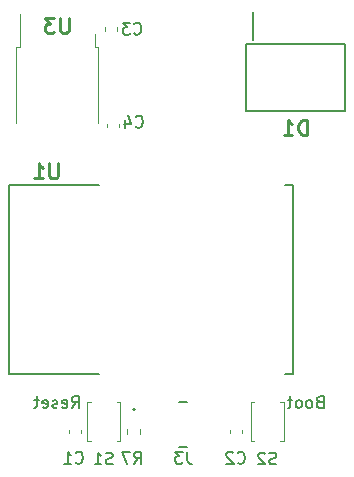
<source format=gbr>
%TF.GenerationSoftware,KiCad,Pcbnew,7.0.7*%
%TF.CreationDate,2024-03-20T19:05:46+01:00*%
%TF.ProjectId,DriverRGB_v2,44726976-6572-4524-9742-5f76322e6b69,v02*%
%TF.SameCoordinates,Original*%
%TF.FileFunction,Legend,Bot*%
%TF.FilePolarity,Positive*%
%FSLAX46Y46*%
G04 Gerber Fmt 4.6, Leading zero omitted, Abs format (unit mm)*
G04 Created by KiCad (PCBNEW 7.0.7) date 2024-03-20 19:05:46*
%MOMM*%
%LPD*%
G01*
G04 APERTURE LIST*
%ADD10C,0.200000*%
%ADD11C,0.254000*%
%ADD12C,0.120000*%
%ADD13C,0.127000*%
G04 APERTURE END LIST*
D10*
X158504193Y-114761009D02*
X158361336Y-114808628D01*
X158361336Y-114808628D02*
X158313717Y-114856247D01*
X158313717Y-114856247D02*
X158266098Y-114951485D01*
X158266098Y-114951485D02*
X158266098Y-115094342D01*
X158266098Y-115094342D02*
X158313717Y-115189580D01*
X158313717Y-115189580D02*
X158361336Y-115237200D01*
X158361336Y-115237200D02*
X158456574Y-115284819D01*
X158456574Y-115284819D02*
X158837526Y-115284819D01*
X158837526Y-115284819D02*
X158837526Y-114284819D01*
X158837526Y-114284819D02*
X158504193Y-114284819D01*
X158504193Y-114284819D02*
X158408955Y-114332438D01*
X158408955Y-114332438D02*
X158361336Y-114380057D01*
X158361336Y-114380057D02*
X158313717Y-114475295D01*
X158313717Y-114475295D02*
X158313717Y-114570533D01*
X158313717Y-114570533D02*
X158361336Y-114665771D01*
X158361336Y-114665771D02*
X158408955Y-114713390D01*
X158408955Y-114713390D02*
X158504193Y-114761009D01*
X158504193Y-114761009D02*
X158837526Y-114761009D01*
X157694669Y-115284819D02*
X157789907Y-115237200D01*
X157789907Y-115237200D02*
X157837526Y-115189580D01*
X157837526Y-115189580D02*
X157885145Y-115094342D01*
X157885145Y-115094342D02*
X157885145Y-114808628D01*
X157885145Y-114808628D02*
X157837526Y-114713390D01*
X157837526Y-114713390D02*
X157789907Y-114665771D01*
X157789907Y-114665771D02*
X157694669Y-114618152D01*
X157694669Y-114618152D02*
X157551812Y-114618152D01*
X157551812Y-114618152D02*
X157456574Y-114665771D01*
X157456574Y-114665771D02*
X157408955Y-114713390D01*
X157408955Y-114713390D02*
X157361336Y-114808628D01*
X157361336Y-114808628D02*
X157361336Y-115094342D01*
X157361336Y-115094342D02*
X157408955Y-115189580D01*
X157408955Y-115189580D02*
X157456574Y-115237200D01*
X157456574Y-115237200D02*
X157551812Y-115284819D01*
X157551812Y-115284819D02*
X157694669Y-115284819D01*
X156789907Y-115284819D02*
X156885145Y-115237200D01*
X156885145Y-115237200D02*
X156932764Y-115189580D01*
X156932764Y-115189580D02*
X156980383Y-115094342D01*
X156980383Y-115094342D02*
X156980383Y-114808628D01*
X156980383Y-114808628D02*
X156932764Y-114713390D01*
X156932764Y-114713390D02*
X156885145Y-114665771D01*
X156885145Y-114665771D02*
X156789907Y-114618152D01*
X156789907Y-114618152D02*
X156647050Y-114618152D01*
X156647050Y-114618152D02*
X156551812Y-114665771D01*
X156551812Y-114665771D02*
X156504193Y-114713390D01*
X156504193Y-114713390D02*
X156456574Y-114808628D01*
X156456574Y-114808628D02*
X156456574Y-115094342D01*
X156456574Y-115094342D02*
X156504193Y-115189580D01*
X156504193Y-115189580D02*
X156551812Y-115237200D01*
X156551812Y-115237200D02*
X156647050Y-115284819D01*
X156647050Y-115284819D02*
X156789907Y-115284819D01*
X156170859Y-114618152D02*
X155789907Y-114618152D01*
X156028002Y-114284819D02*
X156028002Y-115141961D01*
X156028002Y-115141961D02*
X155980383Y-115237200D01*
X155980383Y-115237200D02*
X155885145Y-115284819D01*
X155885145Y-115284819D02*
X155789907Y-115284819D01*
X137514298Y-115284819D02*
X137847631Y-114808628D01*
X138085726Y-115284819D02*
X138085726Y-114284819D01*
X138085726Y-114284819D02*
X137704774Y-114284819D01*
X137704774Y-114284819D02*
X137609536Y-114332438D01*
X137609536Y-114332438D02*
X137561917Y-114380057D01*
X137561917Y-114380057D02*
X137514298Y-114475295D01*
X137514298Y-114475295D02*
X137514298Y-114618152D01*
X137514298Y-114618152D02*
X137561917Y-114713390D01*
X137561917Y-114713390D02*
X137609536Y-114761009D01*
X137609536Y-114761009D02*
X137704774Y-114808628D01*
X137704774Y-114808628D02*
X138085726Y-114808628D01*
X136704774Y-115237200D02*
X136800012Y-115284819D01*
X136800012Y-115284819D02*
X136990488Y-115284819D01*
X136990488Y-115284819D02*
X137085726Y-115237200D01*
X137085726Y-115237200D02*
X137133345Y-115141961D01*
X137133345Y-115141961D02*
X137133345Y-114761009D01*
X137133345Y-114761009D02*
X137085726Y-114665771D01*
X137085726Y-114665771D02*
X136990488Y-114618152D01*
X136990488Y-114618152D02*
X136800012Y-114618152D01*
X136800012Y-114618152D02*
X136704774Y-114665771D01*
X136704774Y-114665771D02*
X136657155Y-114761009D01*
X136657155Y-114761009D02*
X136657155Y-114856247D01*
X136657155Y-114856247D02*
X137133345Y-114951485D01*
X136276202Y-115237200D02*
X136180964Y-115284819D01*
X136180964Y-115284819D02*
X135990488Y-115284819D01*
X135990488Y-115284819D02*
X135895250Y-115237200D01*
X135895250Y-115237200D02*
X135847631Y-115141961D01*
X135847631Y-115141961D02*
X135847631Y-115094342D01*
X135847631Y-115094342D02*
X135895250Y-114999104D01*
X135895250Y-114999104D02*
X135990488Y-114951485D01*
X135990488Y-114951485D02*
X136133345Y-114951485D01*
X136133345Y-114951485D02*
X136228583Y-114903866D01*
X136228583Y-114903866D02*
X136276202Y-114808628D01*
X136276202Y-114808628D02*
X136276202Y-114761009D01*
X136276202Y-114761009D02*
X136228583Y-114665771D01*
X136228583Y-114665771D02*
X136133345Y-114618152D01*
X136133345Y-114618152D02*
X135990488Y-114618152D01*
X135990488Y-114618152D02*
X135895250Y-114665771D01*
X135038107Y-115237200D02*
X135133345Y-115284819D01*
X135133345Y-115284819D02*
X135323821Y-115284819D01*
X135323821Y-115284819D02*
X135419059Y-115237200D01*
X135419059Y-115237200D02*
X135466678Y-115141961D01*
X135466678Y-115141961D02*
X135466678Y-114761009D01*
X135466678Y-114761009D02*
X135419059Y-114665771D01*
X135419059Y-114665771D02*
X135323821Y-114618152D01*
X135323821Y-114618152D02*
X135133345Y-114618152D01*
X135133345Y-114618152D02*
X135038107Y-114665771D01*
X135038107Y-114665771D02*
X134990488Y-114761009D01*
X134990488Y-114761009D02*
X134990488Y-114856247D01*
X134990488Y-114856247D02*
X135466678Y-114951485D01*
X134704773Y-114618152D02*
X134323821Y-114618152D01*
X134561916Y-114284819D02*
X134561916Y-115141961D01*
X134561916Y-115141961D02*
X134514297Y-115237200D01*
X134514297Y-115237200D02*
X134419059Y-115284819D01*
X134419059Y-115284819D02*
X134323821Y-115284819D01*
X140969904Y-120015000D02*
X140827047Y-120062619D01*
X140827047Y-120062619D02*
X140588952Y-120062619D01*
X140588952Y-120062619D02*
X140493714Y-120015000D01*
X140493714Y-120015000D02*
X140446095Y-119967380D01*
X140446095Y-119967380D02*
X140398476Y-119872142D01*
X140398476Y-119872142D02*
X140398476Y-119776904D01*
X140398476Y-119776904D02*
X140446095Y-119681666D01*
X140446095Y-119681666D02*
X140493714Y-119634047D01*
X140493714Y-119634047D02*
X140588952Y-119586428D01*
X140588952Y-119586428D02*
X140779428Y-119538809D01*
X140779428Y-119538809D02*
X140874666Y-119491190D01*
X140874666Y-119491190D02*
X140922285Y-119443571D01*
X140922285Y-119443571D02*
X140969904Y-119348333D01*
X140969904Y-119348333D02*
X140969904Y-119253095D01*
X140969904Y-119253095D02*
X140922285Y-119157857D01*
X140922285Y-119157857D02*
X140874666Y-119110238D01*
X140874666Y-119110238D02*
X140779428Y-119062619D01*
X140779428Y-119062619D02*
X140541333Y-119062619D01*
X140541333Y-119062619D02*
X140398476Y-119110238D01*
X139446095Y-120062619D02*
X140017523Y-120062619D01*
X139731809Y-120062619D02*
X139731809Y-119062619D01*
X139731809Y-119062619D02*
X139827047Y-119205476D01*
X139827047Y-119205476D02*
X139922285Y-119300714D01*
X139922285Y-119300714D02*
X140017523Y-119348333D01*
X142914666Y-91441380D02*
X142962285Y-91489000D01*
X142962285Y-91489000D02*
X143105142Y-91536619D01*
X143105142Y-91536619D02*
X143200380Y-91536619D01*
X143200380Y-91536619D02*
X143343237Y-91489000D01*
X143343237Y-91489000D02*
X143438475Y-91393761D01*
X143438475Y-91393761D02*
X143486094Y-91298523D01*
X143486094Y-91298523D02*
X143533713Y-91108047D01*
X143533713Y-91108047D02*
X143533713Y-90965190D01*
X143533713Y-90965190D02*
X143486094Y-90774714D01*
X143486094Y-90774714D02*
X143438475Y-90679476D01*
X143438475Y-90679476D02*
X143343237Y-90584238D01*
X143343237Y-90584238D02*
X143200380Y-90536619D01*
X143200380Y-90536619D02*
X143105142Y-90536619D01*
X143105142Y-90536619D02*
X142962285Y-90584238D01*
X142962285Y-90584238D02*
X142914666Y-90631857D01*
X142057523Y-90869952D02*
X142057523Y-91536619D01*
X142295618Y-90489000D02*
X142533713Y-91203285D01*
X142533713Y-91203285D02*
X141914666Y-91203285D01*
X142787666Y-119984619D02*
X143120999Y-119508428D01*
X143359094Y-119984619D02*
X143359094Y-118984619D01*
X143359094Y-118984619D02*
X142978142Y-118984619D01*
X142978142Y-118984619D02*
X142882904Y-119032238D01*
X142882904Y-119032238D02*
X142835285Y-119079857D01*
X142835285Y-119079857D02*
X142787666Y-119175095D01*
X142787666Y-119175095D02*
X142787666Y-119317952D01*
X142787666Y-119317952D02*
X142835285Y-119413190D01*
X142835285Y-119413190D02*
X142882904Y-119460809D01*
X142882904Y-119460809D02*
X142978142Y-119508428D01*
X142978142Y-119508428D02*
X143359094Y-119508428D01*
X142454332Y-118984619D02*
X141787666Y-118984619D01*
X141787666Y-118984619D02*
X142216237Y-119984619D01*
X137834666Y-119889380D02*
X137882285Y-119937000D01*
X137882285Y-119937000D02*
X138025142Y-119984619D01*
X138025142Y-119984619D02*
X138120380Y-119984619D01*
X138120380Y-119984619D02*
X138263237Y-119937000D01*
X138263237Y-119937000D02*
X138358475Y-119841761D01*
X138358475Y-119841761D02*
X138406094Y-119746523D01*
X138406094Y-119746523D02*
X138453713Y-119556047D01*
X138453713Y-119556047D02*
X138453713Y-119413190D01*
X138453713Y-119413190D02*
X138406094Y-119222714D01*
X138406094Y-119222714D02*
X138358475Y-119127476D01*
X138358475Y-119127476D02*
X138263237Y-119032238D01*
X138263237Y-119032238D02*
X138120380Y-118984619D01*
X138120380Y-118984619D02*
X138025142Y-118984619D01*
X138025142Y-118984619D02*
X137882285Y-119032238D01*
X137882285Y-119032238D02*
X137834666Y-119079857D01*
X136882285Y-119984619D02*
X137453713Y-119984619D01*
X137167999Y-119984619D02*
X137167999Y-118984619D01*
X137167999Y-118984619D02*
X137263237Y-119127476D01*
X137263237Y-119127476D02*
X137358475Y-119222714D01*
X137358475Y-119222714D02*
X137453713Y-119270333D01*
X147272333Y-118984619D02*
X147272333Y-119698904D01*
X147272333Y-119698904D02*
X147319952Y-119841761D01*
X147319952Y-119841761D02*
X147415190Y-119937000D01*
X147415190Y-119937000D02*
X147558047Y-119984619D01*
X147558047Y-119984619D02*
X147653285Y-119984619D01*
X146891380Y-118984619D02*
X146272333Y-118984619D01*
X146272333Y-118984619D02*
X146605666Y-119365571D01*
X146605666Y-119365571D02*
X146462809Y-119365571D01*
X146462809Y-119365571D02*
X146367571Y-119413190D01*
X146367571Y-119413190D02*
X146319952Y-119460809D01*
X146319952Y-119460809D02*
X146272333Y-119556047D01*
X146272333Y-119556047D02*
X146272333Y-119794142D01*
X146272333Y-119794142D02*
X146319952Y-119889380D01*
X146319952Y-119889380D02*
X146367571Y-119937000D01*
X146367571Y-119937000D02*
X146462809Y-119984619D01*
X146462809Y-119984619D02*
X146748523Y-119984619D01*
X146748523Y-119984619D02*
X146843761Y-119937000D01*
X146843761Y-119937000D02*
X146891380Y-119889380D01*
D11*
X157401381Y-92166718D02*
X157401381Y-90896718D01*
X157401381Y-90896718D02*
X157099000Y-90896718D01*
X157099000Y-90896718D02*
X156917571Y-90957194D01*
X156917571Y-90957194D02*
X156796619Y-91078146D01*
X156796619Y-91078146D02*
X156736142Y-91199099D01*
X156736142Y-91199099D02*
X156675666Y-91441003D01*
X156675666Y-91441003D02*
X156675666Y-91622432D01*
X156675666Y-91622432D02*
X156736142Y-91864337D01*
X156736142Y-91864337D02*
X156796619Y-91985289D01*
X156796619Y-91985289D02*
X156917571Y-92106242D01*
X156917571Y-92106242D02*
X157099000Y-92166718D01*
X157099000Y-92166718D02*
X157401381Y-92166718D01*
X155466142Y-92166718D02*
X156191857Y-92166718D01*
X155829000Y-92166718D02*
X155829000Y-90896718D01*
X155829000Y-90896718D02*
X155949952Y-91078146D01*
X155949952Y-91078146D02*
X156070904Y-91199099D01*
X156070904Y-91199099D02*
X156191857Y-91259575D01*
X136349619Y-94579718D02*
X136349619Y-95607813D01*
X136349619Y-95607813D02*
X136289142Y-95728765D01*
X136289142Y-95728765D02*
X136228666Y-95789242D01*
X136228666Y-95789242D02*
X136107714Y-95849718D01*
X136107714Y-95849718D02*
X135865809Y-95849718D01*
X135865809Y-95849718D02*
X135744857Y-95789242D01*
X135744857Y-95789242D02*
X135684380Y-95728765D01*
X135684380Y-95728765D02*
X135623904Y-95607813D01*
X135623904Y-95607813D02*
X135623904Y-94579718D01*
X134353904Y-95849718D02*
X135079619Y-95849718D01*
X134716762Y-95849718D02*
X134716762Y-94579718D01*
X134716762Y-94579718D02*
X134837714Y-94761146D01*
X134837714Y-94761146D02*
X134958666Y-94882099D01*
X134958666Y-94882099D02*
X135079619Y-94942575D01*
X137245619Y-82260718D02*
X137245619Y-83288813D01*
X137245619Y-83288813D02*
X137185142Y-83409765D01*
X137185142Y-83409765D02*
X137124666Y-83470242D01*
X137124666Y-83470242D02*
X137003714Y-83530718D01*
X137003714Y-83530718D02*
X136761809Y-83530718D01*
X136761809Y-83530718D02*
X136640857Y-83470242D01*
X136640857Y-83470242D02*
X136580380Y-83409765D01*
X136580380Y-83409765D02*
X136519904Y-83288813D01*
X136519904Y-83288813D02*
X136519904Y-82260718D01*
X136036095Y-82260718D02*
X135249904Y-82260718D01*
X135249904Y-82260718D02*
X135673238Y-82744527D01*
X135673238Y-82744527D02*
X135491809Y-82744527D01*
X135491809Y-82744527D02*
X135370857Y-82805003D01*
X135370857Y-82805003D02*
X135310381Y-82865480D01*
X135310381Y-82865480D02*
X135249904Y-82986432D01*
X135249904Y-82986432D02*
X135249904Y-83288813D01*
X135249904Y-83288813D02*
X135310381Y-83409765D01*
X135310381Y-83409765D02*
X135370857Y-83470242D01*
X135370857Y-83470242D02*
X135491809Y-83530718D01*
X135491809Y-83530718D02*
X135854666Y-83530718D01*
X135854666Y-83530718D02*
X135975619Y-83470242D01*
X135975619Y-83470242D02*
X136036095Y-83409765D01*
D10*
X142787666Y-83567380D02*
X142835285Y-83615000D01*
X142835285Y-83615000D02*
X142978142Y-83662619D01*
X142978142Y-83662619D02*
X143073380Y-83662619D01*
X143073380Y-83662619D02*
X143216237Y-83615000D01*
X143216237Y-83615000D02*
X143311475Y-83519761D01*
X143311475Y-83519761D02*
X143359094Y-83424523D01*
X143359094Y-83424523D02*
X143406713Y-83234047D01*
X143406713Y-83234047D02*
X143406713Y-83091190D01*
X143406713Y-83091190D02*
X143359094Y-82900714D01*
X143359094Y-82900714D02*
X143311475Y-82805476D01*
X143311475Y-82805476D02*
X143216237Y-82710238D01*
X143216237Y-82710238D02*
X143073380Y-82662619D01*
X143073380Y-82662619D02*
X142978142Y-82662619D01*
X142978142Y-82662619D02*
X142835285Y-82710238D01*
X142835285Y-82710238D02*
X142787666Y-82757857D01*
X142454332Y-82662619D02*
X141835285Y-82662619D01*
X141835285Y-82662619D02*
X142168618Y-83043571D01*
X142168618Y-83043571D02*
X142025761Y-83043571D01*
X142025761Y-83043571D02*
X141930523Y-83091190D01*
X141930523Y-83091190D02*
X141882904Y-83138809D01*
X141882904Y-83138809D02*
X141835285Y-83234047D01*
X141835285Y-83234047D02*
X141835285Y-83472142D01*
X141835285Y-83472142D02*
X141882904Y-83567380D01*
X141882904Y-83567380D02*
X141930523Y-83615000D01*
X141930523Y-83615000D02*
X142025761Y-83662619D01*
X142025761Y-83662619D02*
X142311475Y-83662619D01*
X142311475Y-83662619D02*
X142406713Y-83615000D01*
X142406713Y-83615000D02*
X142454332Y-83567380D01*
X154812904Y-120015000D02*
X154670047Y-120062619D01*
X154670047Y-120062619D02*
X154431952Y-120062619D01*
X154431952Y-120062619D02*
X154336714Y-120015000D01*
X154336714Y-120015000D02*
X154289095Y-119967380D01*
X154289095Y-119967380D02*
X154241476Y-119872142D01*
X154241476Y-119872142D02*
X154241476Y-119776904D01*
X154241476Y-119776904D02*
X154289095Y-119681666D01*
X154289095Y-119681666D02*
X154336714Y-119634047D01*
X154336714Y-119634047D02*
X154431952Y-119586428D01*
X154431952Y-119586428D02*
X154622428Y-119538809D01*
X154622428Y-119538809D02*
X154717666Y-119491190D01*
X154717666Y-119491190D02*
X154765285Y-119443571D01*
X154765285Y-119443571D02*
X154812904Y-119348333D01*
X154812904Y-119348333D02*
X154812904Y-119253095D01*
X154812904Y-119253095D02*
X154765285Y-119157857D01*
X154765285Y-119157857D02*
X154717666Y-119110238D01*
X154717666Y-119110238D02*
X154622428Y-119062619D01*
X154622428Y-119062619D02*
X154384333Y-119062619D01*
X154384333Y-119062619D02*
X154241476Y-119110238D01*
X153860523Y-119157857D02*
X153812904Y-119110238D01*
X153812904Y-119110238D02*
X153717666Y-119062619D01*
X153717666Y-119062619D02*
X153479571Y-119062619D01*
X153479571Y-119062619D02*
X153384333Y-119110238D01*
X153384333Y-119110238D02*
X153336714Y-119157857D01*
X153336714Y-119157857D02*
X153289095Y-119253095D01*
X153289095Y-119253095D02*
X153289095Y-119348333D01*
X153289095Y-119348333D02*
X153336714Y-119491190D01*
X153336714Y-119491190D02*
X153908142Y-120062619D01*
X153908142Y-120062619D02*
X153289095Y-120062619D01*
X151550666Y-119902380D02*
X151598285Y-119950000D01*
X151598285Y-119950000D02*
X151741142Y-119997619D01*
X151741142Y-119997619D02*
X151836380Y-119997619D01*
X151836380Y-119997619D02*
X151979237Y-119950000D01*
X151979237Y-119950000D02*
X152074475Y-119854761D01*
X152074475Y-119854761D02*
X152122094Y-119759523D01*
X152122094Y-119759523D02*
X152169713Y-119569047D01*
X152169713Y-119569047D02*
X152169713Y-119426190D01*
X152169713Y-119426190D02*
X152122094Y-119235714D01*
X152122094Y-119235714D02*
X152074475Y-119140476D01*
X152074475Y-119140476D02*
X151979237Y-119045238D01*
X151979237Y-119045238D02*
X151836380Y-118997619D01*
X151836380Y-118997619D02*
X151741142Y-118997619D01*
X151741142Y-118997619D02*
X151598285Y-119045238D01*
X151598285Y-119045238D02*
X151550666Y-119092857D01*
X151169713Y-119092857D02*
X151122094Y-119045238D01*
X151122094Y-119045238D02*
X151026856Y-118997619D01*
X151026856Y-118997619D02*
X150788761Y-118997619D01*
X150788761Y-118997619D02*
X150693523Y-119045238D01*
X150693523Y-119045238D02*
X150645904Y-119092857D01*
X150645904Y-119092857D02*
X150598285Y-119188095D01*
X150598285Y-119188095D02*
X150598285Y-119283333D01*
X150598285Y-119283333D02*
X150645904Y-119426190D01*
X150645904Y-119426190D02*
X151217332Y-119997619D01*
X151217332Y-119997619D02*
X150598285Y-119997619D01*
D12*
%TO.C,S1*%
X141608000Y-114785400D02*
X141608000Y-118085400D01*
X141308000Y-114785400D02*
X141608000Y-114785400D01*
X139108000Y-114785400D02*
X138808000Y-114785400D01*
X138808000Y-114785400D02*
X138808000Y-118085400D01*
X141608000Y-118085400D02*
X141308000Y-118085400D01*
X138808000Y-118085400D02*
X139108000Y-118085400D01*
%TO.C,C4*%
X140460000Y-91478980D02*
X140460000Y-91197820D01*
X141480000Y-91478980D02*
X141480000Y-91197820D01*
%TO.C,R7*%
X143270500Y-117023142D02*
X143270500Y-117497658D01*
X142225500Y-117023142D02*
X142225500Y-117497658D01*
%TO.C,C1*%
X138305000Y-117105820D02*
X138305000Y-117386980D01*
X137285000Y-117105820D02*
X137285000Y-117386980D01*
D13*
%TO.C,J3*%
X146589000Y-114784400D02*
X147289000Y-114784400D01*
X146589000Y-118594400D02*
X147289000Y-118594400D01*
D10*
X142889000Y-115419400D02*
G75*
G03*
X142889000Y-115419400I-100000J0D01*
G01*
%TO.C,D1*%
X152889000Y-81749400D02*
X152889000Y-84099400D01*
X160624000Y-84449400D02*
X152304000Y-84449400D01*
X152304000Y-84449400D02*
X152304000Y-90099400D01*
X160624000Y-90099400D02*
X160624000Y-84449400D01*
X152304000Y-90099400D02*
X160624000Y-90099400D01*
D13*
%TO.C,U1*%
X156216000Y-96445400D02*
X155586000Y-96445400D01*
X139846000Y-96445400D02*
X132216000Y-96445400D01*
X132216000Y-96445400D02*
X132216000Y-112445400D01*
X156216000Y-112445400D02*
X156216000Y-96445400D01*
X156216000Y-112445400D02*
X155586000Y-112445400D01*
X132216000Y-112445400D02*
X139846000Y-112445400D01*
D12*
%TO.C,U3*%
X139727000Y-84760400D02*
X139457000Y-84760400D01*
X139457000Y-84760400D02*
X139457000Y-83660400D01*
X133097000Y-84760400D02*
X133097000Y-81930400D01*
X132827000Y-84760400D02*
X133097000Y-84760400D01*
X139727000Y-91180400D02*
X139727000Y-84760400D01*
X132827000Y-91180400D02*
X132827000Y-84760400D01*
%TO.C,C3*%
X140333000Y-83337980D02*
X140333000Y-83056820D01*
X141353000Y-83337980D02*
X141353000Y-83056820D01*
%TO.C,S2*%
X155451000Y-114785400D02*
X155451000Y-118085400D01*
X155151000Y-114785400D02*
X155451000Y-114785400D01*
X152951000Y-114785400D02*
X152651000Y-114785400D01*
X152651000Y-114785400D02*
X152651000Y-118085400D01*
X155451000Y-118085400D02*
X155151000Y-118085400D01*
X152651000Y-118085400D02*
X152951000Y-118085400D01*
%TO.C,C2*%
X150874000Y-117386980D02*
X150874000Y-117105820D01*
X151894000Y-117386980D02*
X151894000Y-117105820D01*
%TD*%
M02*

</source>
